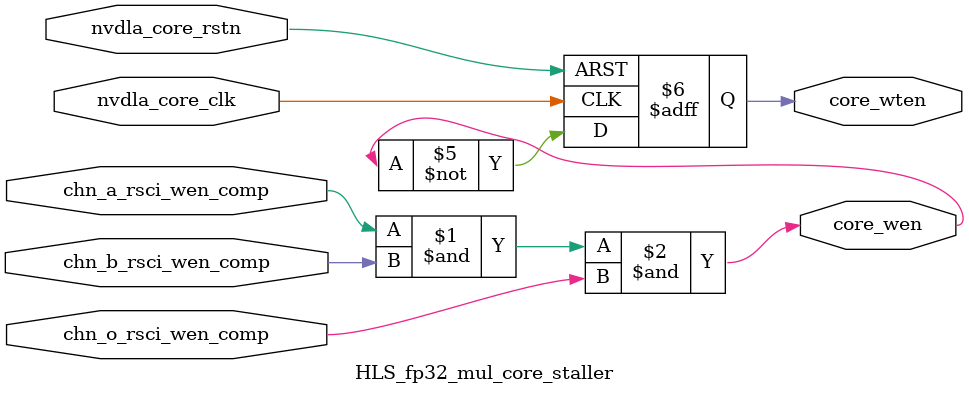
<source format=v>
module HLS_fp32_mul_core_staller (
  nvdla_core_clk, nvdla_core_rstn, core_wen, chn_a_rsci_wen_comp, core_wten, chn_b_rsci_wen_comp,
      chn_o_rsci_wen_comp
);
  input nvdla_core_clk;
  input nvdla_core_rstn;
  output core_wen;
  input chn_a_rsci_wen_comp;
  output core_wten;
  reg core_wten;
  input chn_b_rsci_wen_comp;
  input chn_o_rsci_wen_comp;
  assign core_wen = chn_a_rsci_wen_comp & chn_b_rsci_wen_comp & chn_o_rsci_wen_comp;
  always @(posedge nvdla_core_clk or negedge nvdla_core_rstn) begin
    if ( ~ nvdla_core_rstn ) begin
      core_wten <= 1'b0;
    end
    else begin
      core_wten <= ~ core_wen;
    end
  end
endmodule
</source>
